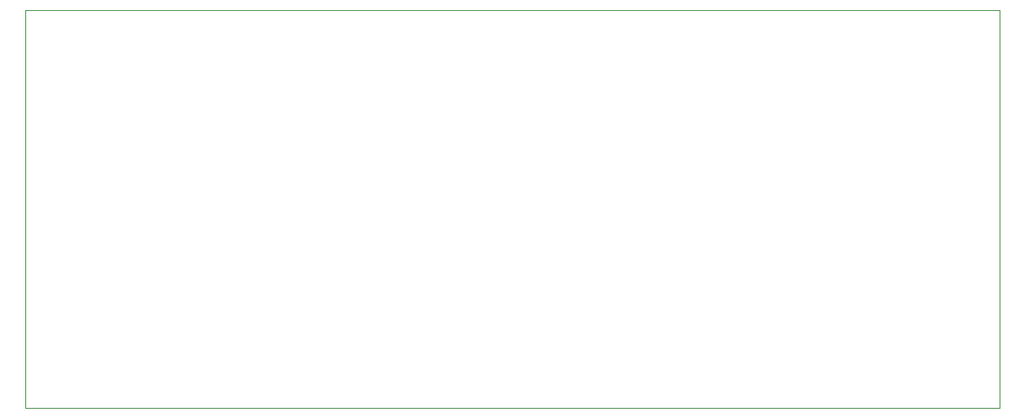
<source format=gm1>
G04 #@! TF.GenerationSoftware,KiCad,Pcbnew,(6.0.5)*
G04 #@! TF.CreationDate,2022-05-31T01:04:28-04:00*
G04 #@! TF.ProjectId,GoldESC,476f6c64-4553-4432-9e6b-696361645f70,rev?*
G04 #@! TF.SameCoordinates,Original*
G04 #@! TF.FileFunction,Profile,NP*
%FSLAX46Y46*%
G04 Gerber Fmt 4.6, Leading zero omitted, Abs format (unit mm)*
G04 Created by KiCad (PCBNEW (6.0.5)) date 2022-05-31 01:04:28*
%MOMM*%
%LPD*%
G01*
G04 APERTURE LIST*
G04 #@! TA.AperFunction,Profile*
%ADD10C,0.100000*%
G04 #@! TD*
G04 APERTURE END LIST*
D10*
X237800000Y-98500000D02*
X139800000Y-98500000D01*
X139800000Y-98500000D02*
X139800000Y-58500000D01*
X139800000Y-58500000D02*
X237800000Y-58500000D01*
X237800000Y-58500000D02*
X237800000Y-98500000D01*
M02*

</source>
